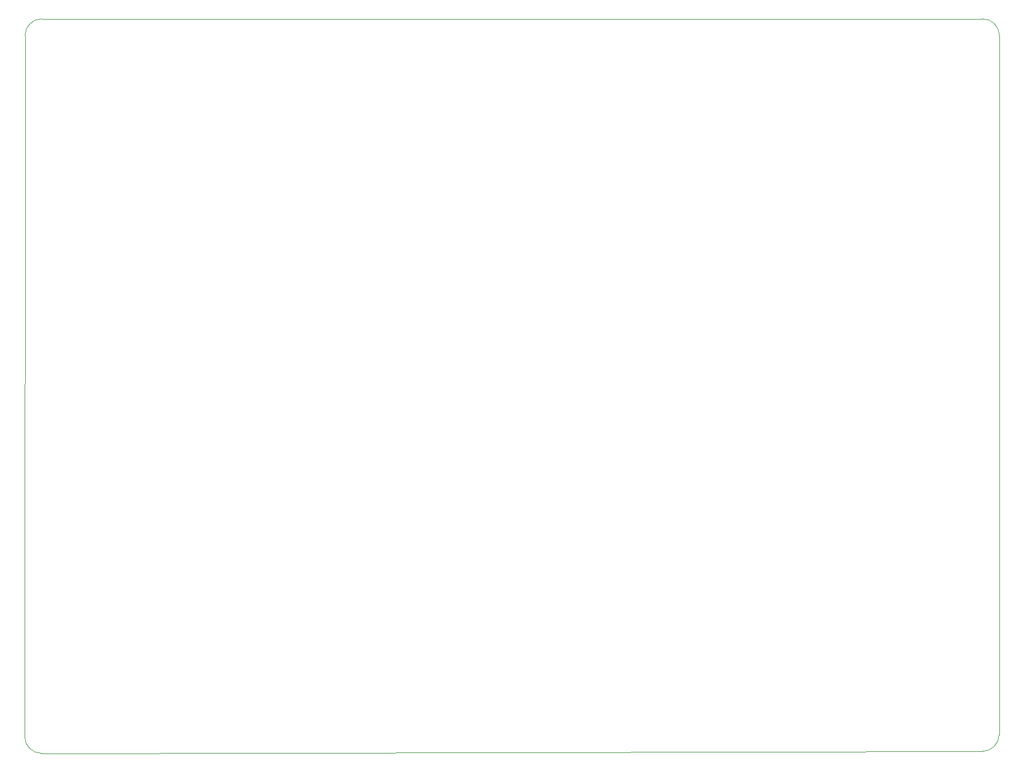
<source format=gbr>
%TF.GenerationSoftware,KiCad,Pcbnew,(7.0.0-0)*%
%TF.CreationDate,2023-03-06T00:10:08+09:00*%
%TF.ProjectId,11111_pcb,31313131-315f-4706-9362-2e6b69636164,rev?*%
%TF.SameCoordinates,Original*%
%TF.FileFunction,Profile,NP*%
%FSLAX46Y46*%
G04 Gerber Fmt 4.6, Leading zero omitted, Abs format (unit mm)*
G04 Created by KiCad (PCBNEW (7.0.0-0)) date 2023-03-06 00:10:08*
%MOMM*%
%LPD*%
G01*
G04 APERTURE LIST*
%TA.AperFunction,Profile*%
%ADD10C,0.100000*%
%TD*%
G04 APERTURE END LIST*
D10*
X195380000Y-134020000D02*
X337663949Y-133720000D01*
X340242000Y-25400000D02*
G75*
G03*
X337701974Y-22860000I-2540000J0D01*
G01*
X340241974Y-25400000D02*
X340203949Y-131180000D01*
X192840000Y-131480000D02*
G75*
G03*
X195380000Y-134020000I2540000J0D01*
G01*
X337663949Y-133720049D02*
G75*
G03*
X340203949Y-131180000I-49J2540049D01*
G01*
X195418025Y-22856000D02*
X337701974Y-22860000D01*
X192840000Y-131480000D02*
X192878025Y-25396000D01*
X195418025Y-22856025D02*
G75*
G03*
X192878025Y-25396000I-25J-2539975D01*
G01*
M02*

</source>
